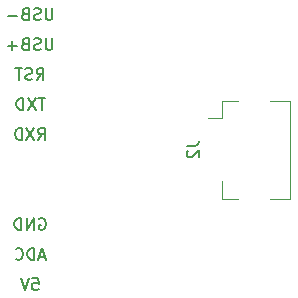
<source format=gbr>
%TF.GenerationSoftware,KiCad,Pcbnew,(6.0.9)*%
%TF.CreationDate,2022-11-14T09:49:53+08:00*%
%TF.ProjectId,YYSJ_2.1''_knob,5959534a-5f32-42e3-9127-275f6b6e6f62,rev?*%
%TF.SameCoordinates,Original*%
%TF.FileFunction,Legend,Bot*%
%TF.FilePolarity,Positive*%
%FSLAX46Y46*%
G04 Gerber Fmt 4.6, Leading zero omitted, Abs format (unit mm)*
G04 Created by KiCad (PCBNEW (6.0.9)) date 2022-11-14 09:49:53*
%MOMM*%
%LPD*%
G01*
G04 APERTURE LIST*
%ADD10C,0.150000*%
%ADD11C,0.120000*%
%ADD12R,1.700000X1.700000*%
%ADD13O,1.700000X1.700000*%
%ADD14C,0.650000*%
%ADD15O,2.100000X1.000000*%
%ADD16O,1.600000X1.000000*%
%ADD17R,1.300000X0.300000*%
%ADD18R,2.200000X1.800000*%
G04 APERTURE END LIST*
D10*
X55347952Y-120102380D02*
X55347952Y-120911904D01*
X55300333Y-121007142D01*
X55252714Y-121054761D01*
X55157476Y-121102380D01*
X54967000Y-121102380D01*
X54871761Y-121054761D01*
X54824142Y-121007142D01*
X54776523Y-120911904D01*
X54776523Y-120102380D01*
X54347952Y-121054761D02*
X54205095Y-121102380D01*
X53967000Y-121102380D01*
X53871761Y-121054761D01*
X53824142Y-121007142D01*
X53776523Y-120911904D01*
X53776523Y-120816666D01*
X53824142Y-120721428D01*
X53871761Y-120673809D01*
X53967000Y-120626190D01*
X54157476Y-120578571D01*
X54252714Y-120530952D01*
X54300333Y-120483333D01*
X54347952Y-120388095D01*
X54347952Y-120292857D01*
X54300333Y-120197619D01*
X54252714Y-120150000D01*
X54157476Y-120102380D01*
X53919380Y-120102380D01*
X53776523Y-120150000D01*
X53014619Y-120578571D02*
X52871761Y-120626190D01*
X52824142Y-120673809D01*
X52776523Y-120769047D01*
X52776523Y-120911904D01*
X52824142Y-121007142D01*
X52871761Y-121054761D01*
X52967000Y-121102380D01*
X53347952Y-121102380D01*
X53347952Y-120102380D01*
X53014619Y-120102380D01*
X52919380Y-120150000D01*
X52871761Y-120197619D01*
X52824142Y-120292857D01*
X52824142Y-120388095D01*
X52871761Y-120483333D01*
X52919380Y-120530952D01*
X53014619Y-120578571D01*
X53347952Y-120578571D01*
X52347952Y-120721428D02*
X51586047Y-120721428D01*
X51967000Y-121102380D02*
X51967000Y-120340476D01*
X54133666Y-128722380D02*
X54467000Y-128246190D01*
X54705095Y-128722380D02*
X54705095Y-127722380D01*
X54324142Y-127722380D01*
X54228904Y-127770000D01*
X54181285Y-127817619D01*
X54133666Y-127912857D01*
X54133666Y-128055714D01*
X54181285Y-128150952D01*
X54228904Y-128198571D01*
X54324142Y-128246190D01*
X54705095Y-128246190D01*
X53800333Y-127722380D02*
X53133666Y-128722380D01*
X53133666Y-127722380D02*
X53800333Y-128722380D01*
X52752714Y-128722380D02*
X52752714Y-127722380D01*
X52514619Y-127722380D01*
X52371761Y-127770000D01*
X52276523Y-127865238D01*
X52228904Y-127960476D01*
X52181285Y-128150952D01*
X52181285Y-128293809D01*
X52228904Y-128484285D01*
X52276523Y-128579523D01*
X52371761Y-128674761D01*
X52514619Y-128722380D01*
X52752714Y-128722380D01*
X54228904Y-135390000D02*
X54324142Y-135342380D01*
X54467000Y-135342380D01*
X54609857Y-135390000D01*
X54705095Y-135485238D01*
X54752714Y-135580476D01*
X54800333Y-135770952D01*
X54800333Y-135913809D01*
X54752714Y-136104285D01*
X54705095Y-136199523D01*
X54609857Y-136294761D01*
X54467000Y-136342380D01*
X54371761Y-136342380D01*
X54228904Y-136294761D01*
X54181285Y-136247142D01*
X54181285Y-135913809D01*
X54371761Y-135913809D01*
X53752714Y-136342380D02*
X53752714Y-135342380D01*
X53181285Y-136342380D01*
X53181285Y-135342380D01*
X52705095Y-136342380D02*
X52705095Y-135342380D01*
X52467000Y-135342380D01*
X52324142Y-135390000D01*
X52228904Y-135485238D01*
X52181285Y-135580476D01*
X52133666Y-135770952D01*
X52133666Y-135913809D01*
X52181285Y-136104285D01*
X52228904Y-136199523D01*
X52324142Y-136294761D01*
X52467000Y-136342380D01*
X52705095Y-136342380D01*
X54728904Y-125182380D02*
X54157476Y-125182380D01*
X54443190Y-126182380D02*
X54443190Y-125182380D01*
X53919380Y-125182380D02*
X53252714Y-126182380D01*
X53252714Y-125182380D02*
X53919380Y-126182380D01*
X52871761Y-126182380D02*
X52871761Y-125182380D01*
X52633666Y-125182380D01*
X52490809Y-125230000D01*
X52395571Y-125325238D01*
X52347952Y-125420476D01*
X52300333Y-125610952D01*
X52300333Y-125753809D01*
X52347952Y-125944285D01*
X52395571Y-126039523D01*
X52490809Y-126134761D01*
X52633666Y-126182380D01*
X52871761Y-126182380D01*
X53657476Y-140422380D02*
X54133666Y-140422380D01*
X54181285Y-140898571D01*
X54133666Y-140850952D01*
X54038428Y-140803333D01*
X53800333Y-140803333D01*
X53705095Y-140850952D01*
X53657476Y-140898571D01*
X53609857Y-140993809D01*
X53609857Y-141231904D01*
X53657476Y-141327142D01*
X53705095Y-141374761D01*
X53800333Y-141422380D01*
X54038428Y-141422380D01*
X54133666Y-141374761D01*
X54181285Y-141327142D01*
X53324142Y-140422380D02*
X52990809Y-141422380D01*
X52657476Y-140422380D01*
X54705095Y-138596666D02*
X54228904Y-138596666D01*
X54800333Y-138882380D02*
X54467000Y-137882380D01*
X54133666Y-138882380D01*
X53800333Y-138882380D02*
X53800333Y-137882380D01*
X53562238Y-137882380D01*
X53419380Y-137930000D01*
X53324142Y-138025238D01*
X53276523Y-138120476D01*
X53228904Y-138310952D01*
X53228904Y-138453809D01*
X53276523Y-138644285D01*
X53324142Y-138739523D01*
X53419380Y-138834761D01*
X53562238Y-138882380D01*
X53800333Y-138882380D01*
X52228904Y-138787142D02*
X52276523Y-138834761D01*
X52419380Y-138882380D01*
X52514619Y-138882380D01*
X52657476Y-138834761D01*
X52752714Y-138739523D01*
X52800333Y-138644285D01*
X52847952Y-138453809D01*
X52847952Y-138310952D01*
X52800333Y-138120476D01*
X52752714Y-138025238D01*
X52657476Y-137930000D01*
X52514619Y-137882380D01*
X52419380Y-137882380D01*
X52276523Y-137930000D01*
X52228904Y-137977619D01*
X54014619Y-123642380D02*
X54347952Y-123166190D01*
X54586047Y-123642380D02*
X54586047Y-122642380D01*
X54205095Y-122642380D01*
X54109857Y-122690000D01*
X54062238Y-122737619D01*
X54014619Y-122832857D01*
X54014619Y-122975714D01*
X54062238Y-123070952D01*
X54109857Y-123118571D01*
X54205095Y-123166190D01*
X54586047Y-123166190D01*
X53633666Y-123594761D02*
X53490809Y-123642380D01*
X53252714Y-123642380D01*
X53157476Y-123594761D01*
X53109857Y-123547142D01*
X53062238Y-123451904D01*
X53062238Y-123356666D01*
X53109857Y-123261428D01*
X53157476Y-123213809D01*
X53252714Y-123166190D01*
X53443190Y-123118571D01*
X53538428Y-123070952D01*
X53586047Y-123023333D01*
X53633666Y-122928095D01*
X53633666Y-122832857D01*
X53586047Y-122737619D01*
X53538428Y-122690000D01*
X53443190Y-122642380D01*
X53205095Y-122642380D01*
X53062238Y-122690000D01*
X52776523Y-122642380D02*
X52205095Y-122642380D01*
X52490809Y-123642380D02*
X52490809Y-122642380D01*
X55347952Y-117562380D02*
X55347952Y-118371904D01*
X55300333Y-118467142D01*
X55252714Y-118514761D01*
X55157476Y-118562380D01*
X54967000Y-118562380D01*
X54871761Y-118514761D01*
X54824142Y-118467142D01*
X54776523Y-118371904D01*
X54776523Y-117562380D01*
X54347952Y-118514761D02*
X54205095Y-118562380D01*
X53967000Y-118562380D01*
X53871761Y-118514761D01*
X53824142Y-118467142D01*
X53776523Y-118371904D01*
X53776523Y-118276666D01*
X53824142Y-118181428D01*
X53871761Y-118133809D01*
X53967000Y-118086190D01*
X54157476Y-118038571D01*
X54252714Y-117990952D01*
X54300333Y-117943333D01*
X54347952Y-117848095D01*
X54347952Y-117752857D01*
X54300333Y-117657619D01*
X54252714Y-117610000D01*
X54157476Y-117562380D01*
X53919380Y-117562380D01*
X53776523Y-117610000D01*
X53014619Y-118038571D02*
X52871761Y-118086190D01*
X52824142Y-118133809D01*
X52776523Y-118229047D01*
X52776523Y-118371904D01*
X52824142Y-118467142D01*
X52871761Y-118514761D01*
X52967000Y-118562380D01*
X53347952Y-118562380D01*
X53347952Y-117562380D01*
X53014619Y-117562380D01*
X52919380Y-117610000D01*
X52871761Y-117657619D01*
X52824142Y-117752857D01*
X52824142Y-117848095D01*
X52871761Y-117943333D01*
X52919380Y-117990952D01*
X53014619Y-118038571D01*
X53347952Y-118038571D01*
X52347952Y-118181428D02*
X51586047Y-118181428D01*
%TO.C,J2*%
X66734380Y-129201666D02*
X67448666Y-129201666D01*
X67591523Y-129154047D01*
X67686761Y-129058809D01*
X67734380Y-128915952D01*
X67734380Y-128820714D01*
X66829619Y-129630238D02*
X66782000Y-129677857D01*
X66734380Y-129773095D01*
X66734380Y-130011190D01*
X66782000Y-130106428D01*
X66829619Y-130154047D01*
X66924857Y-130201666D01*
X67020095Y-130201666D01*
X67162952Y-130154047D01*
X67734380Y-129582619D01*
X67734380Y-130201666D01*
D11*
X69682000Y-126875000D02*
X68482000Y-126875000D01*
X69682000Y-133685000D02*
X71022000Y-133685000D01*
X75482000Y-125385000D02*
X75482000Y-133685000D01*
X69682000Y-126875000D02*
X69682000Y-125385000D01*
X69682000Y-132195000D02*
X69682000Y-133685000D01*
X69682000Y-125385000D02*
X71022000Y-125385000D01*
X73742000Y-125385000D02*
X75482000Y-125385000D01*
X75482000Y-133685000D02*
X73742000Y-133685000D01*
%TD*%
%LPC*%
D12*
%TO.C,J3*%
X60629000Y-140960000D03*
D13*
X60629000Y-138420000D03*
X60629000Y-135880000D03*
X60629000Y-133340000D03*
X60629000Y-130800000D03*
X60629000Y-128260000D03*
X60629000Y-125720000D03*
X60629000Y-123180000D03*
X60629000Y-120640000D03*
X60629000Y-118100000D03*
%TD*%
D14*
%TO.C,J1*%
X56713000Y-108300000D03*
X56713000Y-102520000D03*
D15*
X57243000Y-101090000D03*
D16*
X53063000Y-101090000D03*
D15*
X57243000Y-109730000D03*
D16*
X53063000Y-109730000D03*
%TD*%
D17*
%TO.C,J2*%
X69132000Y-127285000D03*
X69132000Y-127785000D03*
X69132000Y-128285000D03*
X69132000Y-128785000D03*
X69132000Y-129285000D03*
X69132000Y-129785000D03*
X69132000Y-130285000D03*
X69132000Y-130785000D03*
X69132000Y-131285000D03*
X69132000Y-131785000D03*
D18*
X72382000Y-133685000D03*
X72382000Y-125385000D03*
%TD*%
M02*

</source>
